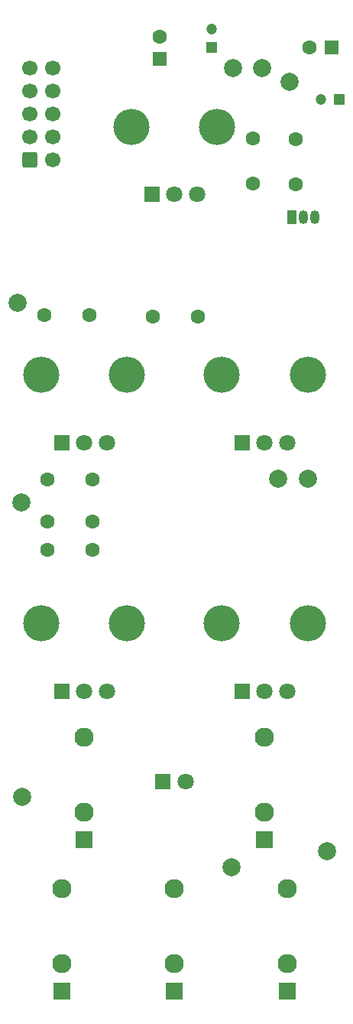
<source format=gts>
G04 #@! TF.GenerationSoftware,KiCad,Pcbnew,8.0.5*
G04 #@! TF.CreationDate,2024-11-24T11:25:02+01:00*
G04 #@! TF.ProjectId,encore,656e636f-7265-42e6-9b69-6361645f7063,rev?*
G04 #@! TF.SameCoordinates,Original*
G04 #@! TF.FileFunction,Soldermask,Top*
G04 #@! TF.FilePolarity,Negative*
%FSLAX46Y46*%
G04 Gerber Fmt 4.6, Leading zero omitted, Abs format (unit mm)*
G04 Created by KiCad (PCBNEW 8.0.5) date 2024-11-24 11:25:02*
%MOMM*%
%LPD*%
G01*
G04 APERTURE LIST*
G04 Aperture macros list*
%AMRoundRect*
0 Rectangle with rounded corners*
0 $1 Rounding radius*
0 $2 $3 $4 $5 $6 $7 $8 $9 X,Y pos of 4 corners*
0 Add a 4 corners polygon primitive as box body*
4,1,4,$2,$3,$4,$5,$6,$7,$8,$9,$2,$3,0*
0 Add four circle primitives for the rounded corners*
1,1,$1+$1,$2,$3*
1,1,$1+$1,$4,$5*
1,1,$1+$1,$6,$7*
1,1,$1+$1,$8,$9*
0 Add four rect primitives between the rounded corners*
20,1,$1+$1,$2,$3,$4,$5,0*
20,1,$1+$1,$4,$5,$6,$7,0*
20,1,$1+$1,$6,$7,$8,$9,0*
20,1,$1+$1,$8,$9,$2,$3,0*%
G04 Aperture macros list end*
%ADD10O,4.000000X4.000000*%
%ADD11R,1.800000X1.800000*%
%ADD12C,1.800000*%
%ADD13R,1.930000X1.830000*%
%ADD14C,2.130000*%
%ADD15R,1.600000X1.600000*%
%ADD16C,1.600000*%
%ADD17C,2.000000*%
%ADD18R,1.200000X1.200000*%
%ADD19C,1.200000*%
%ADD20R,1.050000X1.500000*%
%ADD21O,1.050000X1.500000*%
%ADD22RoundRect,0.250000X-0.600000X-0.600000X0.600000X-0.600000X0.600000X0.600000X-0.600000X0.600000X0*%
%ADD23C,1.700000*%
G04 APERTURE END LIST*
D10*
X75250000Y-117500000D03*
X84750000Y-117500000D03*
D11*
X77500000Y-125000000D03*
D12*
X80000000Y-125000000D03*
X82500000Y-125000000D03*
D13*
X80000000Y-141480000D03*
D14*
X80000000Y-130080000D03*
X80000000Y-138380000D03*
D10*
X75250000Y-90000000D03*
X84750000Y-90000000D03*
D11*
X77500000Y-97500000D03*
D12*
X80000000Y-97500000D03*
X82500000Y-97500000D03*
D13*
X60000000Y-141480000D03*
D14*
X60000000Y-130080000D03*
X60000000Y-138380000D03*
D10*
X55250000Y-117500000D03*
X64750000Y-117500000D03*
D11*
X57500000Y-125000000D03*
D12*
X60000000Y-125000000D03*
X62500000Y-125000000D03*
D10*
X65250000Y-62500000D03*
X74750000Y-62500000D03*
D11*
X67500000Y-70000000D03*
D12*
X70000000Y-70000000D03*
X72500000Y-70000000D03*
D10*
X55250000Y-90000000D03*
X64750000Y-90000000D03*
D11*
X57500000Y-97500000D03*
D12*
X60000000Y-97500000D03*
X62500000Y-97500000D03*
D13*
X57500000Y-158230000D03*
D14*
X57500000Y-146830000D03*
X57500000Y-155130000D03*
D13*
X70000000Y-158230000D03*
D14*
X70000000Y-146830000D03*
X70000000Y-155130000D03*
D13*
X82500000Y-158230000D03*
D14*
X82500000Y-146830000D03*
X82500000Y-155130000D03*
D11*
X68690000Y-135000000D03*
D12*
X71230000Y-135000000D03*
D15*
X87432380Y-53750000D03*
D16*
X84932380Y-53750000D03*
X78700000Y-68800000D03*
X78700000Y-63800000D03*
X60925000Y-109335000D03*
X55925000Y-109335000D03*
D17*
X86900000Y-142700000D03*
X52600000Y-82000000D03*
D18*
X88250000Y-59500000D03*
D19*
X86250000Y-59500000D03*
D16*
X55925000Y-106235000D03*
X60925000Y-106235000D03*
D17*
X82750000Y-57500000D03*
X76300000Y-144500000D03*
D16*
X83400000Y-63850000D03*
X83400000Y-68850000D03*
D15*
X68400000Y-55000000D03*
D16*
X68400000Y-52500000D03*
D17*
X76500000Y-56000000D03*
D20*
X83000000Y-72500000D03*
D21*
X84270000Y-72500000D03*
X85540000Y-72500000D03*
D16*
X60600000Y-83400000D03*
X55600000Y-83400000D03*
D18*
X74150000Y-53722600D03*
D19*
X74150000Y-51722600D03*
D17*
X53100000Y-136700000D03*
D16*
X67600000Y-83500000D03*
X72600000Y-83500000D03*
D17*
X53000000Y-104100000D03*
D16*
X55900000Y-101600000D03*
X60900000Y-101600000D03*
D22*
X54000000Y-66160000D03*
D23*
X56540000Y-66160000D03*
X54000000Y-63620000D03*
X56540000Y-63620000D03*
X54000000Y-61080000D03*
X56540000Y-61080000D03*
X54000000Y-58540000D03*
X56540000Y-58540000D03*
X54000000Y-56000000D03*
X56540000Y-56000000D03*
D17*
X81500000Y-101500000D03*
X84800000Y-101500000D03*
X79750000Y-56000000D03*
M02*

</source>
